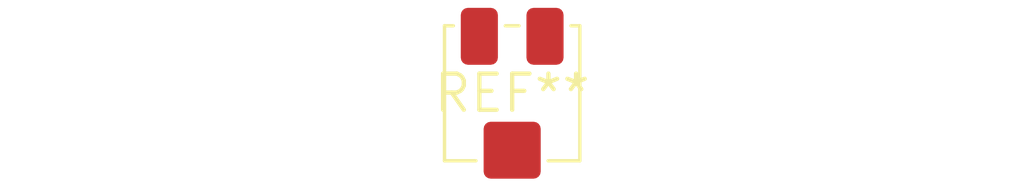
<source format=kicad_pcb>
(kicad_pcb (version 20240108) (generator pcbnew)
  (layers (0 "F.Cu" signal) (31 "B.Cu" signal) (34 "B.Paste" user) (35 "F.Paste" user) (36 "B.SilkS" user "B.Silkscreen") (37 "F.SilkS" user "F.Silkscreen") (38 "B.Mask" user) (39 "F.Mask" user) (44 "Edge.Cuts" user))
  (net 0 "")
  (footprint "Potentiometer_Bourns_3314J_Vertical" (layer "F.Cu") (at 0 0)
    (property "Reference" "REF**")
    (property "Value" "Potentiometer_Bourns_3314J_Vertical")
    (fp_line (start -2.37 -2.37) (end -2.37 2.37) (layer "F.SilkS") (stroke (width 0.12)))
    (fp_line (start -2.37 -2.37) (end -2.06 -2.37) (layer "F.SilkS") (stroke (width 0.12)))
    (fp_line (start -2.37 2.37) (end -1.27 2.37) (layer "F.SilkS") (stroke (width 0.12)))
    (fp_line (start -0.24 -2.37) (end 0.24 -2.37) (layer "F.SilkS") (stroke (width 0.12)))
    (fp_line (start 1.26 2.37) (end 2.37 2.37) (layer "F.SilkS") (stroke (width 0.12)))
    (fp_line (start 2.06 -2.37) (end 2.37 -2.37) (layer "F.SilkS") (stroke (width 0.12)))
    (fp_line (start 2.37 -2.37) (end 2.37 2.37) (layer "F.SilkS") (stroke (width 0.12)))
    (pad "1" smd roundrect (at -1.15 -2) (size 1.3 2) (layers "F.Cu" "F.Paste" "F.Mask") (roundrect_rratio 0.1923076923))
    (pad "2" smd roundrect (at 0 2) (size 2 2) (layers "F.Cu" "F.Paste" "F.Mask") (roundrect_rratio 0.125))
    (pad "3" smd roundrect (at 1.15 -2) (size 1.3 2) (layers "F.Cu" "F.Paste" "F.Mask") (roundrect_rratio 0.1923076923))
  )
)
</source>
